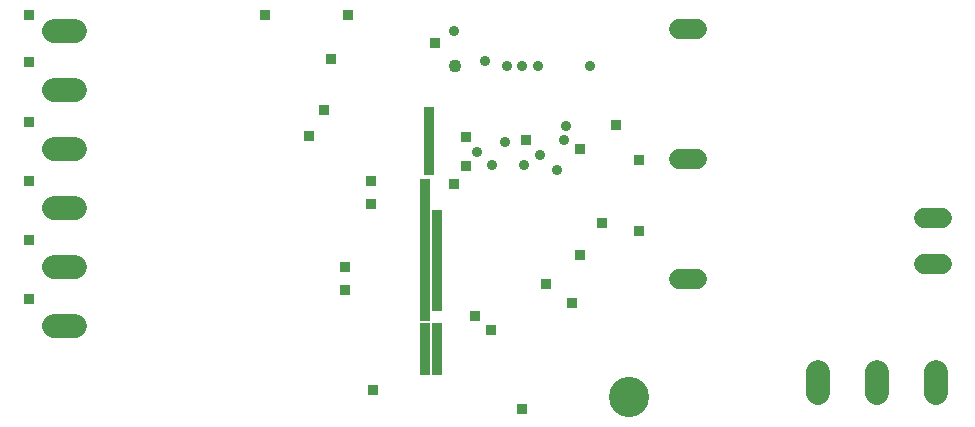
<source format=gbs>
G75*
%MOIN*%
%OFA0B0*%
%FSLAX24Y24*%
%IPPOS*%
%LPD*%
%AMOC8*
5,1,8,0,0,1.08239X$1,22.5*
%
%ADD10C,0.1340*%
%ADD11C,0.0434*%
%ADD12C,0.0356*%
%ADD13C,0.0674*%
%ADD14C,0.0785*%
%ADD15C,0.0360*%
%ADD16R,0.0360X0.0360*%
%ADD17R,0.0358X0.0358*%
D10*
X021577Y002254D03*
D11*
X015790Y013277D03*
D12*
X020278Y013277D03*
D13*
X023264Y014510D02*
X023858Y014510D01*
X023858Y010167D02*
X023264Y010167D01*
X023264Y006167D02*
X023858Y006167D01*
X031438Y006675D02*
X032031Y006675D01*
X032031Y008210D02*
X031438Y008210D01*
D14*
X003123Y004616D02*
X002418Y004616D01*
X002418Y006584D02*
X003123Y006584D01*
X003123Y008553D02*
X002418Y008553D01*
X002418Y010521D02*
X003123Y010521D01*
X003123Y012490D02*
X002418Y012490D01*
X002418Y014458D02*
X003123Y014458D01*
X027876Y003083D02*
X027876Y002378D01*
X029845Y002378D02*
X029845Y003083D01*
X031813Y003083D02*
X031813Y002378D01*
D15*
X019176Y009813D03*
X018624Y010324D03*
X018073Y009970D03*
X017010Y009970D03*
X016538Y010403D03*
X017443Y010758D03*
X019412Y010797D03*
X019490Y011269D03*
X018546Y013277D03*
X018034Y013277D03*
X017522Y013277D03*
X016774Y013435D03*
X015750Y014458D03*
D16*
X015110Y014033D03*
X012207Y014970D03*
X009451Y014970D03*
X011420Y011821D03*
X014924Y011742D03*
X014924Y011466D03*
X014924Y011191D03*
X014924Y010915D03*
X014924Y010639D03*
X014924Y010364D03*
X014924Y010088D03*
X014924Y009813D03*
X014805Y009340D03*
X014805Y009104D03*
X014805Y008828D03*
X014805Y008592D03*
X014805Y008317D03*
X015199Y008317D03*
X015199Y008041D03*
X014805Y008041D03*
X014805Y007765D03*
X015199Y007765D03*
X015199Y007490D03*
X015199Y007214D03*
X014805Y007214D03*
X014805Y007490D03*
X014805Y006939D03*
X015199Y006939D03*
X015199Y006663D03*
X015199Y006387D03*
X014805Y006387D03*
X014805Y006663D03*
X014805Y006112D03*
X015199Y006112D03*
X015199Y005836D03*
X014805Y005836D03*
X014805Y005561D03*
X014805Y005285D03*
X015199Y005285D03*
X015199Y005561D03*
X014805Y004931D03*
X014805Y004537D03*
X015199Y004537D03*
X015199Y004261D03*
X015199Y003986D03*
X014805Y003986D03*
X014805Y004261D03*
X014805Y003710D03*
X015199Y003710D03*
X015199Y003435D03*
X014805Y003435D03*
X014805Y003159D03*
X015199Y003159D03*
X016998Y004488D03*
X016459Y004931D03*
X018827Y006013D03*
X019687Y005373D03*
X019963Y006978D03*
X021931Y007765D03*
X020690Y008030D03*
X021931Y010128D03*
X019963Y010521D03*
X021144Y011309D03*
X018152Y010797D03*
X016144Y010915D03*
X016144Y009931D03*
X015750Y009340D03*
X012994Y009458D03*
X012994Y008671D03*
X001577Y009458D03*
X001577Y011427D03*
X001577Y013395D03*
X001577Y014970D03*
X001577Y007490D03*
X001577Y005521D03*
D17*
X012128Y005797D03*
X012128Y006584D03*
X013061Y002466D03*
X018034Y001860D03*
X010939Y010939D03*
X011672Y013513D03*
M02*

</source>
